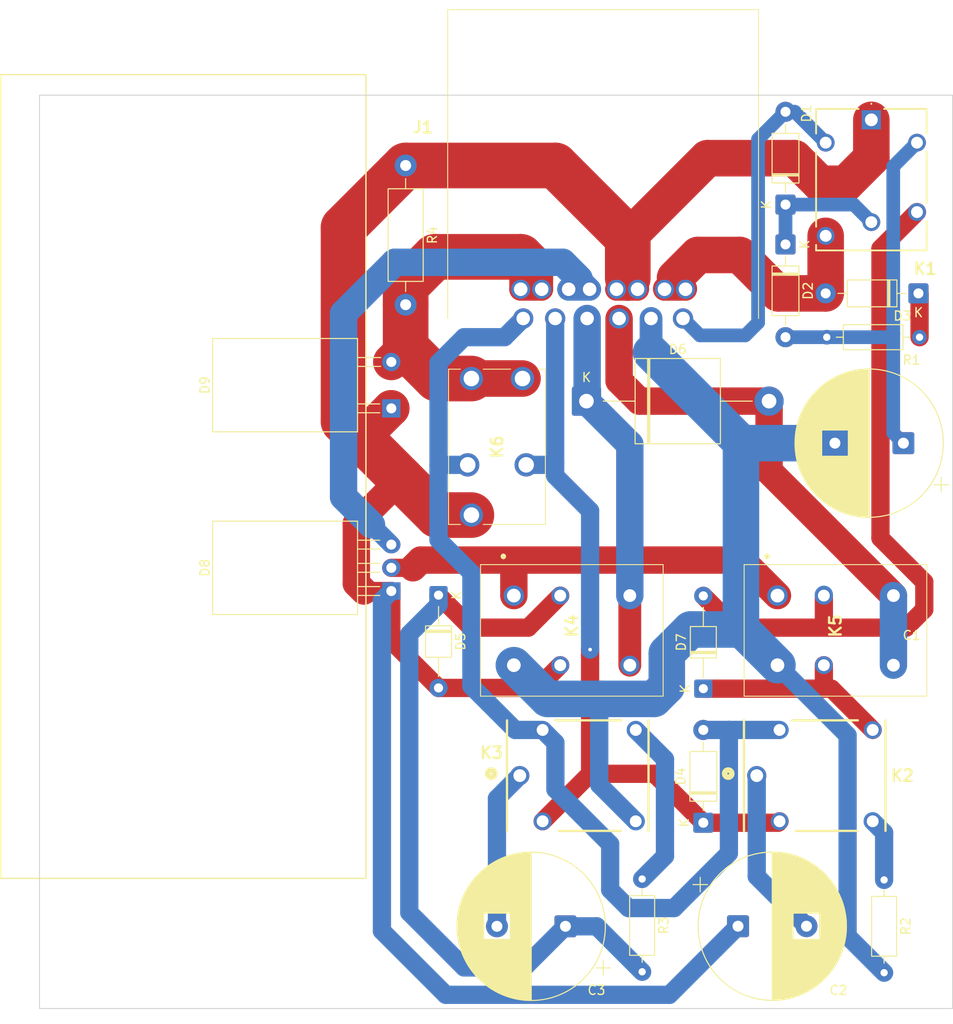
<source format=kicad_pcb>
(kicad_pcb (version 20241229) (generator "pcbnew") (generator_version "9.0")
  (layers (0 "F.Cu" signal) (2 "B.Cu" signal) (13 "F.Paste" user) (15 "B.Paste" user) (5 "F.SilkS" user "F.Silkscreen") (7 "B.SilkS" user "B.Silkscreen") (1 "F.Mask" user) (3 "B.Mask" user) (25 "Edge.Cuts" user))
  (net 0 "")
  (net 1 "Net-(D2-A)")
  (net 2 "GND")
  (net 3 "Net-(C2-Pad2)")
  (net 4 "+12V_AUX")
  (net 5 "Net-(D5-A1)")
  (net 6 "Net-(C3-Pad2)")
  (net 7 "/KS_IN")
  (net 8 "Net-(D1-K)")
  (net 9 "Net-(D3-K)")
  (net 10 "/KS_ON")
  (net 11 "/COIL_DRIVER")
  (net 12 "/COIL_RETURN")
  (net 13 "Net-(D6-A2)")
  (net 14 "Net-(D6-A1)")
  (net 15 "Net-(D7-A2)")
  (net 16 "Net-(D7-A1)")
  (net 17 "+12V_BATT")
  (net 18 "Net-(D8-A)")
  (net 19 "+12V_DCDC")
  (net 20 "Net-(K2-Pad3)")
  (net 21 "Net-(K3-Pad4)")
  (footprint "Diode_THT:D_T-1_P10.16mm_Horizontal" (layer "F.Cu") (at 148.2 96.48 90)
    (property "Reference" "D7" (at 5.08 -2.42 90) (layer "F.SilkS"))
    (property "Value" "SA16CA")
    (fp_text user "K" (at 0 -2 90) (layer "F.SilkS"))
    (pad "1" thru_hole roundrect (at 0 0 90) (size 2 2) (drill 1) (layers "*.Cu" "*.Mask") (roundrect_rratio 0.125) (net 16 "Net-(D7-A1)"))
    (pad "2" thru_hole circle (at 10.16 0 90) (size 2 2) (drill 1) (layers "*.Cu" "*.Mask") (net 15 "Net-(D7-A2)"))
  )
  (footprint "Package_TO_SOT_THT:TO-220-2_Horizontal_TabDown" (layer "F.Cu") (at 114.03 65.79 90)
    (property "Reference" "D9" (at 2.54 -20.41 90) (layer "F.SilkS"))
    (property "Value" "FES16AT")
    (pad "" np_thru_hole circle (at 2.54 -16.66 90) (size 3.5 3.5) (drill 3.5) (layers "*.Cu" "*.Mask"))
    (pad "1" thru_hole rect (at 0 0 90) (size 2 2) (drill 1.1) (layers "*.Cu" "*.Mask") (net 4 "+12V_AUX"))
    (pad "2" thru_hole circle (at 5.08 0 90) (size 2 2) (drill 1.1) (layers "*.Cu" "*.Mask") (net 19 "+12V_DCDC"))
  )
  (footprint "SamacSys_Parts:FBR51NL210W1RW" (layer "F.Cu") (at 166.6 34.2 -90)
    (property "Reference" "K1" (at 16.3 -5.9 180) (layer "F.SilkS") (effects (font (size 1.27 1.27) (thickness 0.254))))
    (property "Value" "FBR51NL210-W1-RW" (hide yes))
    (pad "1" thru_hole rect (at 0 0 270) (size 2.1 2.1) (drill 1.4) (layers "*.Cu" "*.Mask") (net 4 "+12V_AUX"))
    (pad "2" thru_hole circle (at 2.5 5 270) (size 1.95 1.95) (drill 1.3) (layers "*.Cu" "*.Mask") (net 7 "/KS_IN"))
    (pad "3" thru_hole circle (at 12.7 5 270) (size 1.95 1.95) (drill 1.3) (layers "*.Cu" "*.Mask") (net 10 "/KS_ON"))
    (pad "4" thru_hole circle (at 11.2 0 270) (size 1.95 1.95) (drill 1.3) (layers "*.Cu" "*.Mask") (net 8 "Net-(D1-K)"))
    (pad "5" thru_hole circle (at 10.1 -5 270) (size 1.95 1.95) (drill 1.3) (layers "*.Cu" "*.Mask") (net 15 "Net-(D7-A2)"))
    (pad "6" thru_hole circle (at 2.5 -5 270) (size 1.95 1.95) (drill 1.3) (layers "*.Cu" "*.Mask") (net 1 "Net-(D2-A)"))
  )
  (footprint "Resistor_THT:R_Axial_DIN0207_L6.3mm_D2.5mm_P10.16mm_Horizontal" (layer "F.Cu") (at 168 117.42 -90)
    (property "Reference" "R2" (at 5.08 -2.37 90) (layer "F.SilkS"))
    (property "Value" "100")
    (pad "1" thru_hole circle (at 0 0 270) (size 1.6 1.6) (drill 0.8) (layers "*.Cu" "*.Mask") (net 20 "Net-(K2-Pad3)"))
    (pad "2" thru_hole circle (at 10.16 0 270) (size 1.6 1.6) (drill 0.8) (layers "*.Cu" "*.Mask") (net 2 "GND"))
  )
  (footprint "SamacSys_Parts:FBR51ND12-W1" (layer "F.Cu") (at 160.4 106)
    (property "Reference" "K2" (at 9.6 0 0) (layer "F.SilkS") (effects (font (size 1.27 1.27) (thickness 0.254))))
    (property "Value" "FBR51ND12-W1" (hide yes))
    (pad "1" thru_hole circle (at -6.35 0) (size 2.1 2.1) (drill 1.4) (layers "*.Cu" "*.Mask") (net 3 "Net-(C2-Pad2)"))
    (pad "2" thru_hole circle (at -3.85 5) (size 1.95 1.95) (drill 1.3) (layers "*.Cu" "*.Mask") (net 12 "/COIL_RETURN"))
    (pad "3" thru_hole circle (at 6.35 5) (size 1.95 1.95) (drill 1.3) (layers "*.Cu" "*.Mask") (net 20 "Net-(K2-Pad3)"))
    (pad "4" thru_hole circle (at 6.35 -5) (size 1.95 1.95) (drill 1.3) (layers "*.Cu" "*.Mask") (net 16 "Net-(D7-A1)"))
    (pad "5" thru_hole circle (at -3.85 -5) (size 1.95 1.95) (drill 1.3) (layers "*.Cu" "*.Mask") (net 11 "/COIL_DRIVER"))
  )
  (footprint "SamacSys_Parts:ACNH3212" (layer "F.Cu") (at 122.8 62.525 -90)
    (property "Reference" "K6" (at 7.475 -2.8 90) (layer "F.SilkS") (effects (font (size 1.27 1.27) (thickness 0.254))))
    (property "Value" "ACNH3212" (hide yes))
    (pad "1" thru_hole circle (at 0 0 270) (size 2.55 2.55) (drill 1.7) (layers "*.Cu" "*.Mask") (net 19 "+12V_DCDC"))
    (pad "2" thru_hole circle (at 9.45 0.4 270) (size 2.55 2.55) (drill 1.7) (layers "*.Cu" "*.Mask") (net 11 "/COIL_DRIVER"))
    (pad "3" thru_hole circle (at 14.95 0 270) (size 2.55 2.55) (drill 1.7) (layers "*.Cu" "*.Mask") (net 4 "+12V_AUX"))
    (pad "4" thru_hole circle (at 9.45 -6 270) (size 2.55 2.55) (drill 1.7) (layers "*.Cu" "*.Mask") (net 12 "/COIL_RETURN"))
    (pad "5" thru_hole circle (at 0 -5.6 270) (size 2.55 2.55) (drill 1.7) (layers "*.Cu" "*.Mask") (net 19 "+12V_DCDC"))
  )
  (footprint "Resistor_THT:R_Axial_DIN0411_L9.9mm_D3.6mm_P15.24mm_Horizontal" (layer "F.Cu") (at 115.6 39.2 -90)
    (property "Reference" "R4" (at 7.62 -2.92 90) (layer "F.SilkS"))
    (property "Value" "47 2W")
    (pad "1" thru_hole circle (at 0 0 270) (size 2.4 2.4) (drill 1.2) (layers "*.Cu" "*.Mask") (net 4 "+12V_AUX"))
    (pad "2" thru_hole circle (at 15.24 0 270) (size 2.4 2.4) (drill 1.2) (layers "*.Cu" "*.Mask") (net 19 "+12V_DCDC"))
  )
  (footprint "Diode_THT:D_DO-41_SOD81_P10.16mm_Horizontal" (layer "F.Cu") (at 157.2 47.84 -90)
    (property "Reference" "D2" (at 5.08 -2.47 90) (layer "F.SilkS"))
    (property "Value" "SB130-T")
    (fp_text user "K" (at 0 -2.1 90) (layer "F.SilkS"))
    (pad "1" thru_hole roundrect (at 0 0 270) (size 2.2 2.2) (drill 1.1) (layers "*.Cu" "*.Mask") (roundrect_rratio 0.113636) (net 8 "Net-(D1-K)"))
    (pad "2" thru_hole circle (at 10.16 0 270) (size 2.2 2.2) (drill 1.1) (layers "*.Cu" "*.Mask") (net 1 "Net-(D2-A)"))
  )
  (footprint "Diode_THT:D_DO-41_SOD81_P10.16mm_Horizontal" (layer "F.Cu") (at 171.76 53.2 180)
    (property "Reference" "D3" (at 1.76 -2.47 0) (layer "F.SilkS"))
    (property "Value" "SB130-T")
    (fp_text user "K" (at 0 -2.1 0) (layer "F.SilkS"))
    (pad "1" thru_hole roundrect (at 0 0 180) (size 2.2 2.2) (drill 1.1) (layers "*.Cu" "*.Mask") (roundrect_rratio 0.113636) (net 9 "Net-(D3-K)"))
    (pad "2" thru_hole circle (at 10.16 0 180) (size 2.2 2.2) (drill 1.1) (layers "*.Cu" "*.Mask") (net 10 "/KS_ON"))
  )
  (footprint "SamacSys_Parts:FBR56ND12W" (layer "F.Cu") (at 156.32 86.29 -90)
    (property "Reference" "K5" (at 3.31 -6.35 90) (layer "F.SilkS") (effects (font (size 1.27 1.27) (thickness 0.254))))
    (property "Value" "FBR56ND12-W" (hide yes))
    (pad "1" thru_hole circle (at 0 0 270) (size 2.25 2.25) (drill 1.5) (layers "*.Cu" "*.Mask") (net 18 "Net-(D8-A)"))
    (pad "2" thru_hole circle (at 7.62 0 270) (size 2.25 2.25) (drill 1.5) (layers "*.Cu" "*.Mask") (net 2 "GND"))
    (pad "3" thru_hole circle (at 0 -5.08 270) (size 1.95 1.95) (drill 1.3) (layers "*.Cu" "*.Mask") (net 15 "Net-(D7-A2)"))
    (pad "4" thru_hole circle (at 7.62 -5.08 270) (size 1.95 1.95) (drill 1.3) (layers "*.Cu" "*.Mask") (net 16 "Net-(D7-A1)"))
    (pad "5" thru_hole circle (at 0 -12.7 270) (size 2.1 2.1) (drill 1.4) (layers "*.Cu" "*.Mask") (net 13 "Net-(D6-A2)"))
    (pad "6" thru_hole circle (at 7.62 -12.7 270) (size 2.1 2.1) (drill 1.4) (layers "*.Cu" "*.Mask") (net 13 "Net-(D6-A2)"))
  )
  (footprint "SamacSys_Parts:FBR51ND12-W1" (layer "F.Cu") (at 134.45 106)
    (property "Reference" "K3" (at -9.45 -2.5 0) (layer "F.SilkS") (effects (font (size 1.27 1.27) (thickness 0.254))))
    (property "Value" "FBR51ND12-W1" (hide yes))
    (pad "1" thru_hole circle (at -6.35 0) (size 2.1 2.1) (drill 1.4) (layers "*.Cu" "*.Mask") (net 6 "Net-(C3-Pad2)"))
    (pad "2" thru_hole circle (at -3.85 5) (size 1.95 1.95) (drill 1.3) (layers "*.Cu" "*.Mask") (net 12 "/COIL_RETURN"))
    (pad "3" thru_hole circle (at 6.35 5) (size 1.95 1.95) (drill 1.3) (layers "*.Cu" "*.Mask") (net 2 "GND"))
    (pad "4" thru_hole circle (at 6.35 -5) (size 1.95 1.95) (drill 1.3) (layers "*.Cu" "*.Mask") (net 21 "Net-(K3-Pad4)"))
    (pad "5" thru_hole circle (at -3.85 -5) (size 1.95 1.95) (drill 1.3) (layers "*.Cu" "*.Mask") (net 11 "/COIL_DRIVER"))
  )
  (footprint "SamacSys_Parts:FBR56ND12W" (layer "F.Cu") (at 127.45 86.29 -90)
    (property "Reference" "K4" (at 3.31 -6.35 90) (layer "F.SilkS") (effects (font (size 1.27 1.27) (thickness 0.254))))
    (property "Value" "FBR56ND12-W" (hide yes))
    (pad "1" thru_hole circle (at 0 0 270) (size 2.25 2.25) (drill 1.5) (layers "*.Cu" "*.Mask") (net 18 "Net-(D8-A)"))
    (pad "2" thru_hole circle (at 7.62 0 270) (size 2.25 2.25) (drill 1.5) (layers "*.Cu" "*.Mask") (net 2 "GND"))
    (pad "3" thru_hole circle (at 0 -5.08 270) (size 1.95 1.95) (drill 1.3) (layers "*.Cu" "*.Mask") (net 5 "Net-(D5-A1)"))
    (pad "4" thru_hole circle (at 7.62 -5.08 270) (size 1.95 1.95) (drill 1.3) (layers "*.Cu" "*.Mask") (net 4 "+12V_AUX"))
    (pad "5" thru_hole circle (at 0 -12.7 270) (size 2.1 2.1) (drill 1.4) (layers "*.Cu" "*.Mask") (net 14 "Net-(D6-A1)"))
    (pad "6" thru_hole circle (at 7.62 -12.7 270) (size 2.1 2.1) (drill 1.4) (layers "*.Cu" "*.Mask") (net 14 "Net-(D6-A1)"))
  )
  (footprint "Capacitor_THT:CP_Radial_D16.0mm_P7.50mm" (layer "F.Cu") (at 170.112755 69.6 180)
    (property "Reference" "C1" (at -0.9 -21.05 0) (layer "F.SilkS"))
    (property "Value" "1500uF")
    (pad "1" thru_hole roundrect (at 0 0 180) (size 2.4 2.4) (drill 1.2) (layers "*.Cu" "*.Mask") (roundrect_rratio 0.104167) (net 1 "Net-(D2-A)"))
    (pad "2" thru_hole circle (at 7.5 0 180) (size 2.4 2.4) (drill 1.2) (layers "*.Cu" "*.Mask") (net 2 "GND"))
  )
  (footprint "Package_TO_SOT_THT:TO-220-3_Horizontal_TabDown" (layer "F.Cu") (at 114.03 85.79 90)
    (property "Reference" "D8" (at 2.54 -20.41 90) (layer "F.SilkS"))
    (property "Value" "BYV32/200")
    (pad "" np_thru_hole circle (at 2.54 -16.66 90) (size 3.5 3.5) (drill 3.5) (layers "*.Cu" "*.Mask"))
    (pad "1" thru_hole rect (at 0 0 90) (size 1.905 2) (drill 1.1) (layers "*.Cu" "*.Mask") (net 4 "+12V_AUX"))
    (pad "2" thru_hole oval (at 2.54 0 90) (size 1.905 2) (drill 1.1) (layers "*.Cu" "*.Mask") (net 18 "Net-(D8-A)"))
    (pad "3" thru_hole oval (at 5.08 0 90) (size 1.905 2) (drill 1.1) (layers "*.Cu" "*.Mask") (net 17 "+12V_BATT"))
  )
  (footprint "Resistor_THT:R_Axial_DIN0207_L6.3mm_D2.5mm_P10.16mm_Horizontal" (layer "F.Cu") (at 161.72 58)
    (property "Reference" "R1" (at 9.28 2.5 0) (layer "F.SilkS"))
    (property "Value" "100")
    (pad "1" thru_hole circle (at 0 0) (size 1.6 1.6) (drill 0.8) (layers "*.Cu" "*.Mask") (net 1 "Net-(D2-A)"))
    (pad "2" thru_hole circle (at 10.16 0) (size 1.6 1.6) (drill 0.8) (layers "*.Cu" "*.Mask") (net 9 "Net-(D3-K)"))
  )
  (footprint "Resistor_THT:R_Axial_DIN0207_L6.3mm_D2.5mm_P10.16mm_Horizontal" (layer "F.Cu") (at 141.5 117.32 -90)
    (property "Reference" "R3" (at 5.08 -2.37 90) (layer "F.SilkS"))
    (property "Value" "100")
    (pad "1" thru_hole circle (at 0 0 270) (size 1.6 1.6) (drill 0.8) (layers "*.Cu" "*.Mask") (net 21 "Net-(K3-Pad4)"))
    (pad "2" thru_hole circle (at 10.16 0 270) (size 1.6 1.6) (drill 0.8) (layers "*.Cu" "*.Mask") (net 5 "Net-(D5-A1)"))
  )
  (footprint "Diode_THT:D_DO-41_SOD81_P10.16mm_Horizontal" (layer "F.Cu") (at 148.2 111.16 90)
    (property "Reference" "D4" (at 5.08 -2.47 90) (layer "F.SilkS"))
    (property "Value" "SB130-T")
    (fp_text user "K" (at 0 -2.1 90) (layer "F.SilkS"))
    (pad "1" thru_hole roundrect (at 0 0 90) (size 2.2 2.2) (drill 1.1) (layers "*.Cu" "*.Mask") (roundrect_rratio 0.113636) (net 12 "/COIL_RETURN"))
    (pad "2" thru_hole circle (at 10.16 0 90) (size 2.2 2.2) (drill 1.1) (layers "*.Cu" "*.Mask") (net 11 "/COIL_DRIVER"))
  )
  (footprint "Capacitor_THT:CP_Radial_D16.0mm_P7.50mm" (layer "F.Cu") (at 152 122.487245)
    (property "Reference" "C2" (at 11 7.012755 0) (layer "F.SilkS"))
    (property "Value" "1500uF")
    (pad "1" thru_hole roundrect (at 0 0) (size 2.4 2.4) (drill 1.2) (layers "*.Cu" "*.Mask") (roundrect_rratio 0.104167) (net 4 "+12V_AUX"))
    (pad "2" thru_hole circle (at 7.5 0) (size 2.4 2.4) (drill 1.2) (layers "*.Cu" "*.Mask") (net 3 "Net-(C2-Pad2)"))
  )
  (footprint "Diode_THT:D_DO-41_SOD81_P10.16mm_Horizontal" (layer "F.Cu") (at 157.2 43.48 90)
    (property "Reference" "D1" (at 9.98 2.3 90) (layer "F.SilkS"))
    (property "Value" "SB130-T")
    (fp_text user "K" (at 0 -2.1 90) (layer "F.SilkS"))
    (pad "1" thru_hole roundrect (at 0 0 90) (size 2.2 2.2) (drill 1.1) (layers "*.Cu" "*.Mask") (roundrect_rratio 0.113636) (net 8 "Net-(D1-K)"))
    (pad "2" thru_hole circle (at 10.16 0 90) (size 2.2 2.2) (drill 1.1) (layers "*.Cu" "*.Mask") (net 7 "/KS_IN"))
  )
  (footprint "Diode_THT:D_T-1_P10.16mm_Horizontal" (layer "F.Cu") (at 119.2 86.24 -90)
    (property "Reference" "D5" (at 5.08 -2.42 90) (layer "F.SilkS"))
    (property "Value" "SA16CA")
    (fp_text user "K" (at 0 -2 90) (layer "F.SilkS"))
    (pad "1" thru_hole roundrect (at 0 0 270) (size 2 2) (drill 1) (layers "*.Cu" "*.Mask") (roundrect_rratio 0.125) (net 5 "Net-(D5-A1)"))
    (pad "2" thru_hole circle (at 10.16 0 270) (size 2 2) (drill 1) (layers "*.Cu" "*.Mask") (net 4 "+12V_AUX"))
  )
  (footprint "Capacitor_THT:CP_Radial_D16.0mm_P7.50mm" (layer "F.Cu") (at 133.1 122.5 180)
    (property "Reference" "C3" (at -3.4 -7 0) (layer "F.SilkS"))
    (property "Value" "1500uF")
    (pad "1" thru_hole roundrect (at 0 0 180) (size 2.4 2.4) (drill 1.2) (layers "*.Cu" "*.Mask") (roundrect_rratio 0.104167) (net 5 "Net-(D5-A1)"))
    (pad "2" thru_hole circle (at 7.5 0 180) (size 2.4 2.4) (drill 1.2) (layers "*.Cu" "*.Mask") (net 6 "Net-(C3-Pad2)"))
  )
  (footprint "SamacSys_Parts:0346960100" (layer "F.Cu") (at 145.975 55.95 180)
    (property "Reference" "J1" (at 28.475 20.95 0) (layer "F.SilkS") (effects (font (size 1.27 1.27) (thickness 0.254))))
    (property "Value" "34696-0100" (hide yes))
    (pad "" np_thru_hole circle (at -5.22 1.93 180) (size 3.13 3.13) (drill 3.13) (layers "*.Cu" "*.Mask"))
    (pad "" np_thru_hole circle (at 22.72 1.93 180) (size 3.13 3.13) (drill 3.13) (layers "*.Cu" "*.Mask"))
    (pad "1" thru_hole circle (at 0 0 180) (size 2.22 2.22) (drill 1.48) (layers "*.Cu" "*.Mask") (net 7 "/KS_IN"))
    (pad "2" thru_hole circle (at 3.5 0 180) (size 2.22 2.22) (drill 1.48) (layers "*.Cu" "*.Mask") (net 2 "GND"))
    (pad "3" thru_hole circle (at 7 0 180) (size 2.22 2.22) (drill 1.48) (layers "*.Cu" "*.Mask") (net 13 "Net-(D6-A2)"))
    (pad "4" thru_hole circle (at 10.5 0 180) (size 2.22 2.22) (drill 1.48) (layers "*.Cu" "*.Mask") (net 14 "Net-(D6-A1)"))
    (pad "5" thru_hole circle (at 14 0 180) (size 2.22 2.22) (drill 1.48) (layers "*.Cu" "*.Mask") (net 12 "/COIL_RETURN"))
    (pad "6" thru_hole circle (at 17.5 0 180) (size 2.22 2.22) (drill 1.48) (layers "*.Cu" "*.Mask") (net 11 "/COIL_DRIVER"))
    (pad "7" thru_hole circle (at -0.275 3.2 180) (size 2.1 2.1) (drill 1.48) (layers "*.Cu" "*.Mask") (net 10 "/KS_ON"))
    (pad "8" thru_hole circle (at 2.025 3.2 180) (size 2.1 2.1) (drill 1.48) (layers "*.Cu" "*.Mask") (net 10 "/KS_ON"))
    (pad "9" thru_hole circle (at 4.975 3.2 180) (size 2.1 2.1) (drill 1.48) (layers "*.Cu" "*.Mask") (net 4 "+12V_AUX"))
    (pad "10" thru_hole circle (at 7.275 3.2 180) (size 2.1 2.1) (drill 1.48) (layers "*.Cu" "*.Mask") (net 4 "+12V_AUX"))
    (pad "11" thru_hole circle (at 10.225 3.2 180) (size 2.1 2.1) (drill 1.48) (layers "*.Cu" "*.Mask") (net 17 "+12V_BATT"))
    (pad "12" thru_hole circle (at 12.525 3.2 180) (size 2.1 2.1) (drill 1.48) (layers "*.Cu" "*.Mask") (net 17 "+12V_BATT"))
    (pad "13" thru_hole circle (at 15.475 3.2 180) (size 2.1 2.1) (drill 1.48) (layers "*.Cu" "*.Mask") (net 19 "+12V_DCDC"))
    (pad "14" thru_hole circle (at 17.775 3.2 180) (size 2.1 2.1) (drill 1.48) (layers "*.Cu" "*.Mask") (net 19 "+12V_DCDC"))
  )
  (footprint "Diode_THT:D_P600_R-6_P20.00mm_Horizontal" (layer "F.Cu") (at 135.4 65)
    (property "Reference" "D6" (at 10 -5.67 0) (layer "F.SilkS"))
    (property "Value" "SLD16-018")
    (fp_text user "K" (at 0 -2.6 0) (layer "F.SilkS"))
    (pad "1" thru_hole roundrect (at 0 0) (size 3.2 3.2) (drill 1.6) (layers "*.Cu" "*.Mask") (roundrect_rratio 0.078125) (net 14 "Net-(D6-A1)"))
    (pad "2" thru_hole circle (at 20 0) (size 3.2 3.2) (drill 1.6) (layers "*.Cu" "*.Mask") (net 13 "Net-(D6-A2)"))
  )
  (gr_rect (start 71.25 29.25) (end 111.25 117.25) (stroke (width 0.15)) (fill no) (layer "F.SilkS"))
  (gr_rect (start 75.5 31.5) (end 175.5 131.5) (stroke (width 0.1)) (fill no) (layer "Edge.Cuts"))
  (segment (start 161.72 58) (end 168.6 58) (width 1.5) (layer "B.Cu") (net 1))
  (segment (start 171.6 36.7) (end 169 39.3) (width 1.5) (layer "B.Cu") (net 1))
  (segment (start 168.6 58) (end 169 57.6) (width 1.5) (layer "B.Cu") (net 1))
  (segment (start 169 57.6) (end 169 68.487245) (width 1.5) (layer "B.Cu") (net 1))
  (segment (start 169 68.487245) (end 170.112755 69.6) (width 1.5) (layer "B.Cu") (net 1))
  (segment (start 170.112755 69.6) (end 170 69.6) (width 2) (layer "B.Cu") (net 1))
  (segment (start 157.2 58) (end 161.72 58) (width 1.5) (layer "B.Cu") (net 1))
  (segment (start 169 39.3) (end 169 57.6) (width 1.5) (layer "B.Cu") (net 1))
  (segment (start 136.8 97.8) (end 137 97.6) (width 2) (layer "B.Cu") (net 2))
  (segment (start 168 127.58) (end 164 123.58) (width 2) (layer "B.Cu") (net 2))
  (segment (start 152.32 69.68) (end 152.4 69.6) (width 4) (layer "B.Cu") (net 2))
  (segment (start 142.8 97.6) (end 144.2 96.2) (width 4) (layer "B.Cu") (net 2))
  (segment (start 152.32 90) (end 152.32 69.68) (width 4) (layer "B.Cu") (net 2))
  (segment (start 152.32 90) (end 152.41 90) (width 4) (layer "B.Cu") (net 2))
  (segment (start 144.2 92.6) (end 146.8 90) (width 4) (layer "B.Cu") (net 2))
  (segment (start 136.8 107) (end 136.8 97.8) (width 2) (layer "B.Cu") (net 2))
  (segment (start 152.41 90) (end 156.32 93.91) (width 4) (layer "B.Cu") (net 2))
  (segment (start 146.8 90) (end 152.32 90) (width 4) (layer "B.Cu") (net 2))
  (segment (start 131.14 97.6) (end 137 97.6) (width 4) (layer "B.Cu") (net 2))
  (segment (start 152.4 69.6) (end 162.612755 69.6) (width 4) (layer "B.Cu") (net 2))
  (segment (start 127.45 93.91) (end 131.14 97.6) (width 4) (layer "B.Cu") (net 2))
  (segment (start 142.475 59.675) (end 152.4 69.6) (width 4) (layer "B.Cu") (net 2))
  (segment (start 164 123.58) (end 164 101.59) (width 2) (layer "B.Cu") (net 2))
  (segment (start 144.2 96.2) (end 144.2 92.6) (width 4) (layer "B.Cu") (net 2))
  (segment (start 164 101.59) (end 156.32 93.91) (width 2) (layer "B.Cu") (net 2))
  (segment (start 137 97.6) (end 142.8 97.6) (width 4) (layer "B.Cu") (net 2))
  (segment (start 140.8 111) (end 136.8 107) (width 2) (layer "B.Cu") (net 2))
  (segment (start 142.475 55.95) (end 142.475 59.675) (width 2.5) (layer "B.Cu") (net 2))
  (segment (start 154.05 117.037245) (end 154.05 106) (width 2) (layer "B.Cu") (net 3))
  (segment (start 159.5 122.487245) (end 154.05 117.037245) (width 2) (layer "B.Cu") (net 3))
  (segment (start 138.7 52.75) (end 139.925 51.525) (width 2.5) (layer "F.Cu") (net 4))
  (segment (start 148.65 38.4) (end 139.925 47.125) (width 4) (layer "F.Cu") (net 4))
  (segment (start 115.1 73.5) (end 110.7 69.1) (width 5) (layer "F.Cu") (net 4))
  (segment (start 115.6 39.2) (end 132 39.2) (width 5) (layer "F.Cu") (net 4))
  (segment (start 110.2 84.96) (end 110.2 78.4) (width 3) (layer "F.Cu") (net 4))
  (segment (start 138.7 52.75) (end 141 52.75) (width 2.5) (layer "F.Cu") (net 4))
  (segment (start 139.925 47.125) (end 139.925 51.525) (width 5) (layer "F.Cu") (net 4))
  (segment (start 110.2 78.4) (end 115.1 73.5) (width 3) (layer "F.Cu") (net 4))
  (segment (start 110.7 69.1) (end 108.8 67.2) (width 5) (layer "F.Cu") (net 4))
  (segment (start 166.6 34.2) (end 166.6 38.4) (width 4) (layer "F.Cu") (net 4))
  (segment (start 119.2 96.4) (end 130.04 96.4) (width 2) (layer "F.Cu") (net 4))
  (segment (start 132 39.2) (end 139.925 47.125) (width 5) (layer "F.Cu") (net 4))
  (segment (start 130.04 96.4) (end 132.53 93.91) (width 2) (layer "F.Cu") (net 4))
  (segment (start 114.01 65.79) (end 110.7 69.1) (width 4) (layer "F.Cu") (net 4))
  (segment (start 108.8 67.2) (end 108.8 46) (width 5) (layer "F.Cu") (net 4))
  (segment (start 114.03 85.79) (end 114.03 91.23) (width 2) (layer "F.Cu") (net 4))
  (segment (start 161 41.2) (end 158.2 38.4) (width 4) (layer "F.Cu") (net 4))
  (segment (start 163.8 41.2) (end 161 41.2) (width 4) (layer "F.Cu") (net 4))
  (segment (start 119.075 77.475) (end 115.1 73.5) (width 5) (layer "F.Cu") (net 4))
  (segment (start 141 52.6) (end 139.925 51.525) (width 2.5) (layer "F.Cu") (net 4))
  (segment (start 114.03 91.23) (end 119.2 96.4) (width 2) (layer "F.Cu") (net 4))
  (segment (start 122.8 77.475) (end 119.075 77.475) (width 5) (layer "F.Cu") (net 4))
  (segment (start 108.8 46) (end 115.6 39.2) (width 5) (layer "F.Cu") (net 4))
  (segment (start 114.03 85.79) (end 111.03 85.79) (width 2) (layer "F.Cu") (net 4))
  (segment (start 158.2 38.4) (end 148.65 38.4) (width 4) (layer "F.Cu") (net 4))
  (segment (start 111.03 85.79) (end 110.2 84.96) (width 3) (layer "F.Cu") (net 4))
  (segment (start 114.03 65.79) (end 114.01 65.79) (width 4) (layer "F.Cu") (net 4))
  (segment (start 166.6 38.4) (end 163.8 41.2) (width 4) (layer "F.Cu") (net 4))
  (segment (start 141 52.75) (end 141 52.6) (width 2.5) (layer "F.Cu") (net 4))
  (segment (start 113 123) (end 113 86.82) (width 2) (layer "B.Cu") (net 4))
  (segment (start 152 122.487245) (end 144.487245 130) (width 2) (layer "B.Cu") (net 4))
  (segment (start 120 130) (end 113 123) (width 2) (layer "B.Cu") (net 4))
  (segment (start 113 86.82) (end 114.03 85.79) (width 2) (layer "B.Cu") (net 4))
  (segment (start 144.487245 130) (end 120 130) (width 2) (layer "B.Cu") (net 4))
  (segment (start 122.76 89.8) (end 129.02 89.8) (width 2) (layer "F.Cu") (net 5))
  (segment (start 129.02 89.8) (end 132.53 86.29) (width 2) (layer "F.Cu") (net 5))
  (segment (start 119.2 86.24) (end 122.76 89.8) (width 2) (layer "F.Cu") (net 5))
  (segment (start 136.52 122.5) (end 141.5 127.48) (width 2) (layer "B.Cu") (net 5))
  (segment (start 128.6 127) (end 122 127) (width 2) (layer "B.Cu") (net 5))
  (segment (start 122 127) (end 116 121) (width 2) (layer "B.Cu") (net 5))
  (segment (start 133.1 122.5) (end 136.52 122.5) (width 2) (layer "B.Cu") (net 5))
  (segment (start 116 90.5) (end 119.2 87.3) (width 2) (layer "B.Cu") (net 5))
  (segment (start 119.2 87.3) (end 119.2 86.24) (width 2) (layer "B.Cu") (net 5))
  (segment (start 133.1 122.5) (end 128.6 127) (width 2) (layer "B.Cu") (net 5))
  (segment (start 116 121) (end 116 90.5) (width 2) (layer "B.Cu") (net 5))
  (segment (start 125.6 122.5) (end 125.6 108.5) (width 2) (layer "B.Cu") (net 6))
  (segment (start 125.6 108.5) (end 128.1 106) (width 2) (layer "B.Cu") (net 6))
  (segment (start 145.975 55.95) (end 147.825 57.8) (width 1.5) (layer "B.Cu") (net 7))
  (segment (start 152.8 57.8) (end 154.2 56.4) (width 1.5) (layer "B.Cu") (net 7))
  (segment (start 147.825 57.8) (end 152.8 57.8) (width 1.5) (layer "B.Cu") (net 7))
  (segment (start 154.2 36.32) (end 157.2 33.32) (width 1.5) (layer "B.Cu") (net 7))
  (segment (start 158.22 33.32) (end 161.6 36.7) (width 1.5) (layer "B.Cu") (net 7))
  (segment (start 157.2 33.32) (end 158.22 33.32) (width 1.5) (layer "B.Cu") (net 7))
  (segment (start 154.2 56.4) (end 154.2 36.32) (width 1.5) (layer "B.Cu") (net 7))
  (segment (start 164.68 43.48) (end 157.2 43.48) (width 1.5) (layer "B.Cu") (net 8))
  (segment (start 166.6 45.4) (end 164.68 43.48) (width 1.5) (layer "B.Cu") (net 8))
  (segment (start 157.2 43.48) (end 157.2 47.84) (width 1.5) (layer "B.Cu") (net 8))
  (segment (start 171.88 53.32) (end 171.76 53.2) (width 2) (layer "F.Cu") (net 9))
  (segment (start 171.88 58) (end 171.88 53.32) (width 2) (layer "F.Cu") (net 9))
  (segment (start 161.6 53.2) (end 156.4 53.2) (width 4) (layer "F.Cu") (net 10))
  (segment (start 147.6 49) (end 145.1 51.5) (width 4) (layer "F.Cu") (net 10))
  (segment (start 143.95 52.75) (end 146.25 52.75) (width 2.5) (layer "F.Cu") (net 10))
  (segment (start 146.25 52.75) (end 146.25 52.65) (width 2.5) (layer "F.Cu") (net 10))
  (segment (start 143.95 52.65) (end 145.1 51.5) (width 2.5) (layer "F.Cu") (net 10))
  (segment (start 161.6 46.9) (end 161.6 53.2) (width 4) (layer "F.Cu") (net 10))
  (segment (start 146.25 52.65) (end 145.1 51.5) (width 2.5) (layer "F.Cu") (net 10))
  (segment (start 156.4 53.2) (end 152.2 49) (width 4) (layer "F.Cu") (net 10))
  (segment (start 152.2 49) (end 147.6 49) (width 4) (layer "F.Cu") (net 10))
  (segment (start 143.95 52.75) (end 143.95 52.65) (width 2.5) (layer "F.Cu") (net 10))
  (segment (start 122 58) (end 119.2 60.8) (width 2) (layer "B.Cu") (net 11))
  (segment (start 122.4 71.975) (end 119.225 71.975) (width 2) (layer "B.Cu") (net 11))
  (segment (start 122.8 96.2) (end 127.6 101) (width 2) (layer "B.Cu") (net 11))
  (segment (start 119.2 60.8) (end 119.2 72) (width 2) (layer "B.Cu") (net 11))
  (segment (start 151 114.5) (end 145 120.5) (width 2) (layer "B.Cu") (net 11))
  (segment (start 126.425 58) (end 122 58) (width 2) (layer "B.Cu") (net 11))
  (segment (start 156.55 101) (end 151 101) (width 2) (layer "B.Cu") (net 11))
  (segment (start 127.6 101) (end 130.35 101) (width 2) (layer "B.Cu") (net 11))
  (segment (start 145 120.5) (end 140 120.5) (width 2) (layer "B.Cu") (net 11))
  (segment (start 119.2 80.2) (end 122.8 83.8) (width 2) (layer "B.Cu") (net 11))
  (segment (start 132 107.5) (end 132 102.4) (width 2) (layer "B.Cu") (net 11))
  (segment (start 151 101) (end 148.2 101) (width 2) (layer "B.Cu") (net 11))
  (segment (start 138 118.5) (end 138 113.5) (width 2) (layer "B.Cu") (net 11))
  (segment (start 128.475 55.95) (end 126.425 58) (width 2) (layer "B.Cu") (net 11))
  (segment (start 122.8 83.8) (end 122.8 96.2) (width 2) (layer "B.Cu") (net 11))
  (segment (start 138 113.5) (end 132 107.5) (width 2) (layer "B.Cu") (net 11))
  (segment (start 119.2 72) (end 119.2 80.2) (width 2) (layer "B.Cu") (net 11))
  (segment (start 151 101) (end 151 114.5) (width 2) (layer "B.Cu") (net 11))
  (segment (start 132 102.4) (end 130.6 101) (width 2) (layer "B.Cu") (net 11))
  (segment (start 140 120.5) (end 138 118.5) (width 2) (layer "B.Cu") (net 11))
  (segment (start 135.8 105.8) (end 142.84 105.8) (width 2) (layer "F.Cu") (net 12))
  (segment (start 148.2 111.16) (end 156.39 111.16) (width 2) (layer "F.Cu") (net 12))
  (segment (start 156.39 111.16) (end 156.55 111) (width 2) (layer "F.Cu") (net 12))
  (segment (start 142.84 105.8) (end 148.2 111.16) (width 2) (layer "F.Cu") (net 12))
  (segment (start 130.6 111) (end 135.8 105.8) (width 2) (layer "F.Cu") (net 12))
  (segment (start 135.8 92.2) (end 135.8 105.8) (width 2) (layer "F.Cu") (net 12))
  (via (at 135.8 92.2) (size 0.8) (drill 0.4) (layers "F.Cu" "B.Cu") (net 12))
  (segment (start 131.975 55.95) (end 131.975 71.8) (width 2) (layer "B.Cu") (net 12))
  (segment (start 131.975 71.8) (end 131.8 71.975) (width 2) (layer "B.Cu") (net 12))
  (segment (start 135.8 77) (end 135.8 92.2) (width 2) (layer "B.Cu") (net 12))
  (segment (start 131.8 71.975) (end 128.8 71.975) (width 2) (layer "B.Cu") (net 12))
  (segment (start 131.975 71.8) (end 131.975 73.175) (width 2) (layer "B.Cu") (net 12))
  (segment (start 131.975 73.175) (end 135.8 77) (width 2) (layer "B.Cu") (net 12))
  (segment (start 141.2 65) (end 138.975 62.775) (width 3) (layer "F.Cu") (net 13))
  (segment (start 169.02 86.29) (end 155.4 72.67) (width 3) (layer "F.Cu") (net 13))
  (segment (start 155.4 72.67) (end 155.4 65) (width 3) (layer "F.Cu") (net 13))
  (segment (start 155.4 65) (end 141.2 65) (width 3) (layer "F.Cu") (net 13))
  (segment (start 138.975 62.775) (end 138.975 55.95) (width 3) (layer "F.Cu") (net 13))
  (segment (start 169.02 86.29) (end 169.02 93.91) (width 3) (layer "B.Cu") (net 13))
  (segment (start 140.15 86.29) (end 140.15 93.91) (width 2.5) (layer "F.Cu") (net 14))
  (segment (start 135.4 56.025) (end 135.475 55.95) (width 1.5) (layer "F.Cu") (net 14))
  (segment (start 135.475 64.925) (end 135.4 65) (width 1.5) (layer "F.Cu") (net 14))
  (segment (start 140.15 69.75) (end 135.4 65) (width 3) (layer "B.Cu") (net 14))
  (segment (start 135.475 55.95) (end 135.475 64.925) (width 3) (layer "B.Cu") (net 14))
  (segment (start 140.15 86.29) (end 140.15 69.75) (width 3) (layer "B.Cu") (net 14))
  (segment (start 135.475 64.925) (end 135.4 65) (width 1.5) (layer "B.Cu") (net 14))
  (segment (start 171.6 44.3) (end 167.6 48.3) (width 2) (layer "F.Cu") (net 15))
  (segment (start 161.4 89.8) (end 157.89 89.8) (width 2) (layer "F.Cu") (net 15))
  (segment (start 157.89 89.8) (end 151.68 89.8) (width 2) (layer "F.Cu") (net 15))
  (segment (start 148.2 86.32) (end 151.68 89.8) (width 2) (layer "F.Cu") (net 15))
  (segment (start 167.6 80) (end 172.4 84.8) (width 2) (layer "F.Cu") (net 15))
  (segment (start 161.4 86.29) (end 161.4 89.8) (width 2) (layer "F.Cu") (net 15))
  (segment (start 172.4 87.8) (end 170.4 89.8) (width 2) (layer "F.Cu") (net 15))
  (segment (start 167.6 48.3) (end 167.6 80) (width 2) (layer "F.Cu") (net 15))
  (segment (start 170.4 89.8) (end 161.4 89.8) (width 2) (layer "F.Cu") (net 15))
  (segment (start 172.4 84.8) (end 172.4 87.8) (width 2) (layer "F.Cu") (net 15))
  (segment (start 161.4 86.29) (end 161.4 86.2) (width 2) (layer "B.Cu") (net 15))
  (segment (start 166.75 101) (end 162.23 96.48) (width 2) (layer "F.Cu") (net 16))
  (segment (start 162.23 96.48) (end 161.4 96.48) (width 2) (layer "F.Cu") (net 16))
  (segment (start 148.2 96.48) (end 161.4 96.48) (width 2) (layer "F.Cu") (net 16))
  (segment (start 161.4 96.48) (end 161.4 93.91) (width 2) (layer "F.Cu") (net 16))
  (segment (start 132.8 49.8) (end 134.6 51.6) (width 3) (layer "B.Cu") (net 17))
  (segment (start 108.8 55.4) (end 114.4 49.8) (width 3) (layer "B.Cu") (net 17))
  (segment (start 114.4 49.8) (end 132.8 49.8) (width 3) (layer "B.Cu") (net 17))
  (segment (start 133.45 52.75) (end 135.75 52.75) (width 2.5) (layer "B.Cu") (net 17))
  (segment (start 108.8 75.48) (end 108.8 55.4) (width 3) (layer "B.Cu") (net 17))
  (segment (start 133.45 52.75) (end 134.6 51.6) (width 2.5) (layer "B.Cu") (net 17))
  (segment (start 111.86 78.54) (end 113.9165 80.5965) (width 2) (layer "B.Cu") (net 17))
  (segment (start 111.86 78.54) (end 108.8 75.48) (width 3) (layer "B.Cu") (net 17))
  (segment (start 135.75 52.75) (end 134.6 51.6) (width 2.5) (layer "B.Cu") (net 17))
  (segment (start 114.03 83.25) (end 116.4 83.25) (width 2) (layer "F.Cu") (net 18))
  (segment (start 152.43 82.4) (end 117.25 82.4) (width 3) (layer "F.Cu") (net 18))
  (segment (start 156.32 86.29) (end 152.43 82.4) (width 3) (layer "F.Cu") (net 18))
  (segment (start 127.45 86.29) (end 127.45 82.45) (width 3) (layer "F.Cu") (net 18))
  (segment (start 117.25 82.4) (end 116.4 83.25) (width 3) (layer "F.Cu") (net 18))
  (segment (start 118.985 62.525) (end 115.6 59.14) (width 5) (layer "F.Cu") (net 19))
  (segment (start 115.6 59.14) (end 115.6 54.44) (width 5) (layer "F.Cu") (net 19))
  (segment (start 115.6 54.44) (end 115.6 52.4) (width 5) (layer "F.Cu") (net 19))
  (segment (start 130.5 52.75) (end 128.2 52.75) (width 2.5) (layer "F.Cu") (net 19))
  (segment (start 122.8 62.525) (end 128.4 62.525) (width 4) (layer "F.Cu") (net 19))
  (segment (start 115.6 52.4) (end 118.8 49.2) (width 5) (layer "F.Cu") (net 19))
  (segment (start 128.2 52.75) (end 128.2 51.2) (width 2.5) (layer "F.Cu") (net 19))
  (segment (start 118.8 49.2) (end 128.2 49.2) (width 5) (layer "F.Cu") (net 19))
  (segment (start 130.5 52.75) (end 130.5 51.5) (width 2.5) (layer "F.Cu") (net 19))
  (segment (start 130.5 51.5) (end 129.2 50.2) (width 2.5) (layer "F.Cu") (net 19))
  (segment (start 128.2 51.2) (end 129.2 50.2) (width 2.5) (layer "F.Cu") (net 19))
  (segment (start 122.8 62.525) (end 118.985 62.525) (width 5) (layer "F.Cu") (net 19))
  (segment (start 128.2 49.2) (end 129.2 50.2) (width 5) (layer "F.Cu") (net 19))
  (segment (start 114.03 60.71) (end 115.6 59.14) (width 4) (layer "F.Cu") (net 19))
  (segment (start 168 112.25) (end 166.75 111) (width 2) (layer "B.Cu") (net 20))
  (segment (start 168 117.42) (end 168 112.25) (width 2) (layer "B.Cu") (net 20))
  (segment (start 144 114.82) (end 141.5 117.32) (width 2) (layer "B.Cu") (net 21))
  (segment (start 140.8 101) (end 144 104.2) (width 2) (layer "B.Cu") (net 21))
  (segment (start 144 104.2) (end 144 114.82) (width 2) (layer "B.Cu") (net 21))
)
</source>
